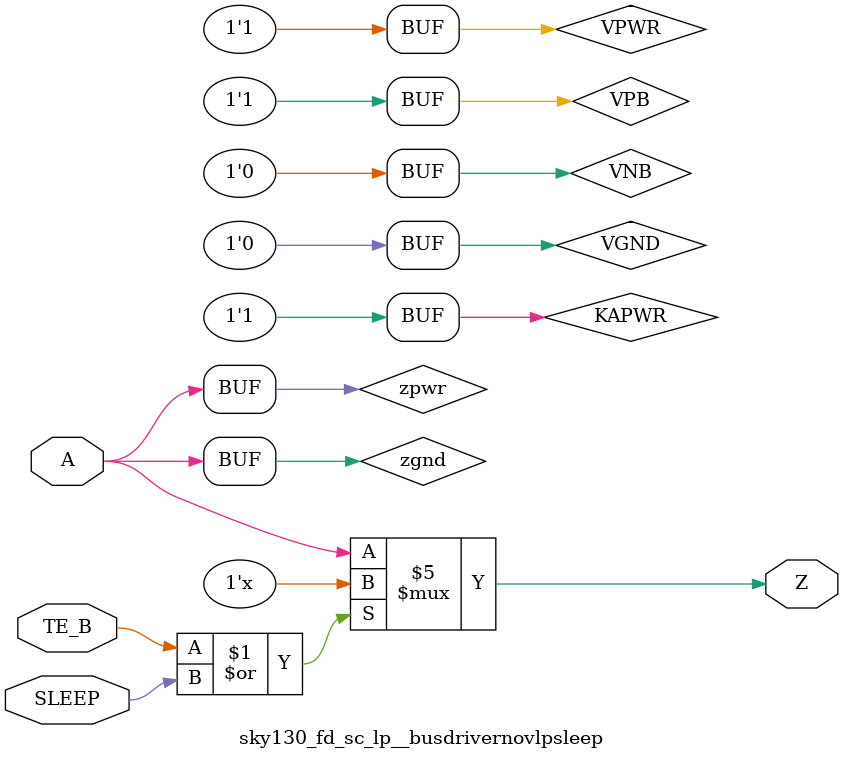
<source format=v>
/*
 * Copyright 2020 The SkyWater PDK Authors
 *
 * Licensed under the Apache License, Version 2.0 (the "License");
 * you may not use this file except in compliance with the License.
 * You may obtain a copy of the License at
 *
 *     https://www.apache.org/licenses/LICENSE-2.0
 *
 * Unless required by applicable law or agreed to in writing, software
 * distributed under the License is distributed on an "AS IS" BASIS,
 * WITHOUT WARRANTIES OR CONDITIONS OF ANY KIND, either express or implied.
 * See the License for the specific language governing permissions and
 * limitations under the License.
 *
 * SPDX-License-Identifier: Apache-2.0
*/


`ifndef SKY130_FD_SC_LP__BUSDRIVERNOVLPSLEEP_TIMING_V
`define SKY130_FD_SC_LP__BUSDRIVERNOVLPSLEEP_TIMING_V

/**
 * busdrivernovlpsleep: Bus driver, enable gates pulldown only,
 *                      non-inverted sleep input (on kapwr rail).
 *
 * Verilog simulation timing model.
 */

`timescale 1ns / 1ps
`default_nettype none

`celldefine
module sky130_fd_sc_lp__busdrivernovlpsleep (
    Z    ,
    A    ,
    TE_B ,
    SLEEP
);

    // Module ports
    output Z    ;
    input  A    ;
    input  TE_B ;
    input  SLEEP;

    // Module supplies
    supply1 VPWR ;
    supply0 VGND ;
    supply1 KAPWR;
    supply1 VPB  ;
    supply0 VNB  ;

    // Local signals
    wire nor_teb_SLEEP;
    wire zgnd         ;
    wire zpwr         ;

    //     Name     Output         Other arguments
    nor    nor0    (nor_teb_SLEEP, TE_B, SLEEP        );
    bufif1 bufif10 (zgnd         , A, VPWR            );
    bufif0 bufif00 (zpwr         , zgnd, VGND         );
    bufif1 bufif11 (Z            , zpwr, nor_teb_SLEEP);

endmodule
`endcelldefine

`default_nettype wire
`endif  // SKY130_FD_SC_LP__BUSDRIVERNOVLPSLEEP_TIMING_V

</source>
